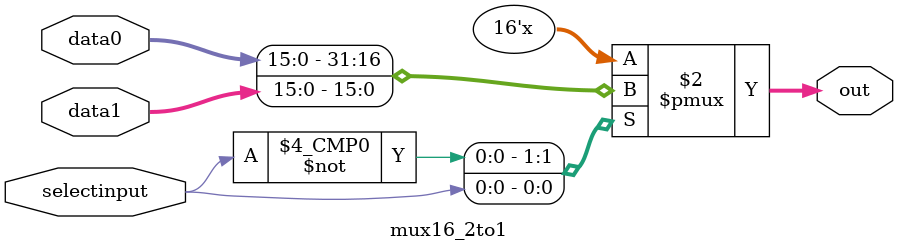
<source format=v>
module mux16_2to1(data0,data1,selectinput,out);
input [15:0] data0,data1;
input selectinput;
output reg [15:0] out;

always @(*)
begin
case (selectinput)
	0:
	out = data0;
	1:
	out = data1;
	default:
	out = data0;
endcase
end
endmodule

</source>
